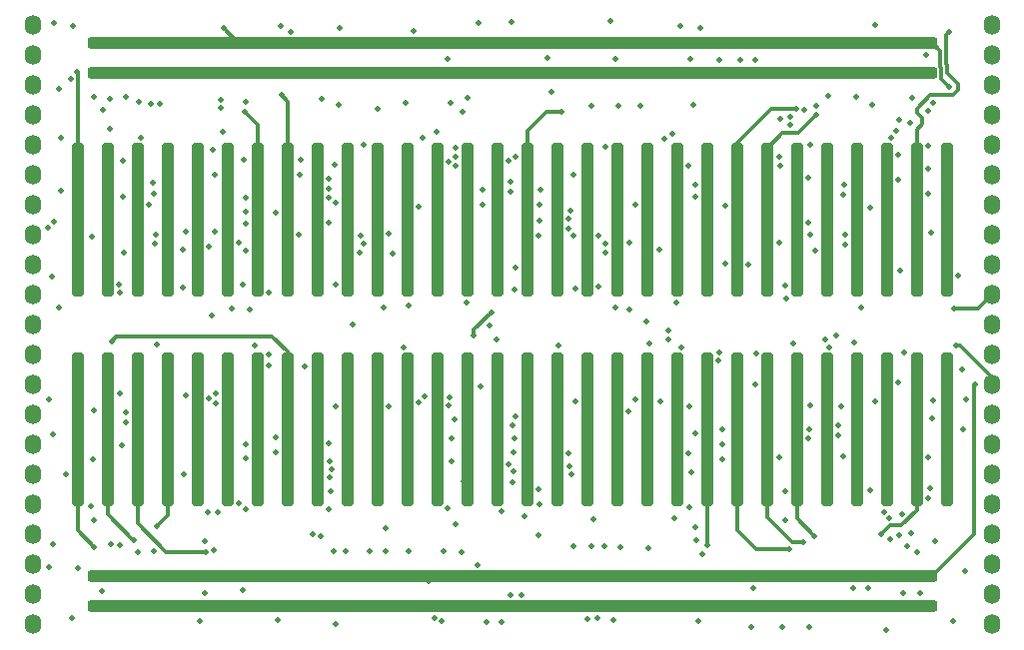
<source format=gtl>
G04 #@! TF.GenerationSoftware,KiCad,Pcbnew,(6.0.6-0)*
G04 #@! TF.CreationDate,2022-07-22T11:03:05-07:00*
G04 #@! TF.ProjectId,MTMatrixV3,4d544d61-7472-4697-9856-332e6b696361,rev?*
G04 #@! TF.SameCoordinates,Original*
G04 #@! TF.FileFunction,Copper,L1,Top*
G04 #@! TF.FilePolarity,Positive*
%FSLAX46Y46*%
G04 Gerber Fmt 4.6, Leading zero omitted, Abs format (unit mm)*
G04 Created by KiCad (PCBNEW (6.0.6-0)) date 2022-07-22 11:03:05*
%MOMM*%
%LPD*%
G01*
G04 APERTURE LIST*
G04 Aperture macros list*
%AMRoundRect*
0 Rectangle with rounded corners*
0 $1 Rounding radius*
0 $2 $3 $4 $5 $6 $7 $8 $9 X,Y pos of 4 corners*
0 Add a 4 corners polygon primitive as box body*
4,1,4,$2,$3,$4,$5,$6,$7,$8,$9,$2,$3,0*
0 Add four circle primitives for the rounded corners*
1,1,$1+$1,$2,$3*
1,1,$1+$1,$4,$5*
1,1,$1+$1,$6,$7*
1,1,$1+$1,$8,$9*
0 Add four rect primitives between the rounded corners*
20,1,$1+$1,$2,$3,$4,$5,0*
20,1,$1+$1,$4,$5,$6,$7,0*
20,1,$1+$1,$6,$7,$8,$9,0*
20,1,$1+$1,$8,$9,$2,$3,0*%
G04 Aperture macros list end*
G04 #@! TA.AperFunction,ComponentPad*
%ADD10RoundRect,0.700000X0.000000X-0.150000X0.000000X-0.150000X0.000000X0.150000X0.000000X0.150000X0*%
G04 #@! TD*
G04 #@! TA.AperFunction,SMDPad,CuDef*
%ADD11RoundRect,0.250000X-35.750000X-0.250000X35.750000X-0.250000X35.750000X0.250000X-35.750000X0.250000X0*%
G04 #@! TD*
G04 #@! TA.AperFunction,SMDPad,CuDef*
%ADD12RoundRect,0.250000X0.250000X-6.250000X0.250000X6.250000X-0.250000X6.250000X-0.250000X-6.250000X0*%
G04 #@! TD*
G04 #@! TA.AperFunction,ViaPad*
%ADD13C,0.500000*%
G04 #@! TD*
G04 #@! TA.AperFunction,Conductor*
%ADD14C,0.300000*%
G04 #@! TD*
G04 APERTURE END LIST*
D10*
G04 #@! TO.P,J1,1,Pin_1*
G04 #@! TO.N,AX0*
X124460000Y-30480000D03*
G04 #@! TO.P,J1,2,Pin_2*
G04 #@! TO.N,AX1*
X124460000Y-33020000D03*
G04 #@! TO.P,J1,3,Pin_3*
G04 #@! TO.N,AX2*
X124460000Y-35560000D03*
G04 #@! TO.P,J1,4,Pin_4*
G04 #@! TO.N,AX3*
X124460000Y-38100000D03*
G04 #@! TO.P,J1,5,Pin_5*
G04 #@! TO.N,AY0*
X124460000Y-40640000D03*
G04 #@! TO.P,J1,6,Pin_6*
G04 #@! TO.N,AY1*
X124460000Y-43180000D03*
G04 #@! TO.P,J1,7,Pin_7*
G04 #@! TO.N,AY2*
X124460000Y-45720000D03*
G04 #@! TO.P,J1,8,Pin_8*
G04 #@! TO.N,DATA*
X124460000Y-48260000D03*
G04 #@! TO.P,J1,9,Pin_9*
G04 #@! TO.N,RESET*
X124460000Y-50800000D03*
G04 #@! TO.P,J1,10,Pin_10*
G04 #@! TO.N,STROBE*
X124460000Y-53340000D03*
G04 #@! TO.P,J1,11,Pin_11*
G04 #@! TO.N,+9V*
X124460000Y-55880000D03*
G04 #@! TO.P,J1,12,Pin_12*
G04 #@! TO.N,GND*
X124460000Y-58420000D03*
G04 #@! TO.P,J1,13,Pin_13*
G04 #@! TO.N,-9V*
X124460000Y-60960000D03*
G04 #@! TO.P,J1,14,Pin_14*
G04 #@! TO.N,AI*
X124460000Y-63500000D03*
G04 #@! TO.P,J1,15,Pin_15*
G04 #@! TO.N,BI*
X124460000Y-66040000D03*
G04 #@! TO.P,J1,16,Pin_16*
G04 #@! TO.N,CI*
X124460000Y-68580000D03*
G04 #@! TO.P,J1,17,Pin_17*
G04 #@! TO.N,DI*
X124460000Y-71120000D03*
G04 #@! TO.P,J1,18,Pin_18*
G04 #@! TO.N,EI*
X124460000Y-73660000D03*
G04 #@! TO.P,J1,19,Pin_19*
G04 #@! TO.N,FI*
X124460000Y-76200000D03*
G04 #@! TO.P,J1,20,Pin_20*
G04 #@! TO.N,GI*
X124460000Y-78740000D03*
G04 #@! TO.P,J1,21,Pin_21*
G04 #@! TO.N,HI*
X124460000Y-81280000D03*
G04 #@! TD*
D11*
G04 #@! TO.P,J3,0,Pin_0*
G04 #@! TO.N,Neg_Top*
X165100000Y-34544000D03*
D12*
G04 #@! TO.P,J3,1,Pin_1*
G04 #@! TO.N,1*
X128270000Y-46990000D03*
G04 #@! TO.P,J3,2,Pin_2*
G04 #@! TO.N,2*
X130810000Y-46990000D03*
G04 #@! TO.P,J3,3,Pin_3*
G04 #@! TO.N,3*
X133350000Y-46990000D03*
G04 #@! TO.P,J3,4,Pin_4*
G04 #@! TO.N,4*
X135890000Y-46990000D03*
G04 #@! TO.P,J3,5,Pin_5*
G04 #@! TO.N,5*
X138430000Y-46990000D03*
G04 #@! TO.P,J3,6,Pin_6*
G04 #@! TO.N,6*
X140970000Y-46990000D03*
G04 #@! TO.P,J3,7,Pin_7*
G04 #@! TO.N,7*
X143510000Y-46990000D03*
G04 #@! TO.P,J3,8,Pin_8*
G04 #@! TO.N,8*
X146050000Y-46990000D03*
G04 #@! TO.P,J3,9,Pin_9*
G04 #@! TO.N,9*
X148590000Y-46990000D03*
G04 #@! TO.P,J3,10,Pin_10*
G04 #@! TO.N,10*
X151130000Y-46990000D03*
G04 #@! TO.P,J3,11,Pin_11*
G04 #@! TO.N,11*
X153670000Y-46990000D03*
G04 #@! TO.P,J3,12,Pin_12*
G04 #@! TO.N,12*
X156210000Y-46990000D03*
G04 #@! TO.P,J3,13,Pin_13*
G04 #@! TO.N,13*
X158750000Y-46990000D03*
G04 #@! TO.P,J3,14,Pin_14*
G04 #@! TO.N,14*
X161290000Y-46990000D03*
G04 #@! TO.P,J3,15,Pin_15*
G04 #@! TO.N,15*
X163830000Y-46990000D03*
G04 #@! TO.P,J3,16,Pin_16*
G04 #@! TO.N,16*
X166370000Y-46990000D03*
G04 #@! TO.P,J3,17,Pin_17*
G04 #@! TO.N,17*
X168910000Y-46990000D03*
G04 #@! TO.P,J3,18,Pin_18*
G04 #@! TO.N,18*
X171450000Y-46990000D03*
G04 #@! TO.P,J3,19,Pin_19*
G04 #@! TO.N,19*
X173990000Y-46990000D03*
G04 #@! TO.P,J3,20,Pin_20*
G04 #@! TO.N,20*
X176530000Y-46990000D03*
G04 #@! TO.P,J3,21,Pin_21*
G04 #@! TO.N,21*
X179070000Y-46990000D03*
G04 #@! TO.P,J3,22,Pin_22*
G04 #@! TO.N,22*
X181610000Y-46990000D03*
G04 #@! TO.P,J3,23,Pin_23*
G04 #@! TO.N,23*
X184150000Y-46990000D03*
G04 #@! TO.P,J3,24,Pin_24*
G04 #@! TO.N,24*
X186690000Y-46990000D03*
G04 #@! TO.P,J3,25,Pin_25*
G04 #@! TO.N,25*
X189230000Y-46990000D03*
G04 #@! TO.P,J3,26,Pin_26*
G04 #@! TO.N,26*
X191770000Y-46990000D03*
G04 #@! TO.P,J3,27,Pin_27*
G04 #@! TO.N,27*
X194310000Y-46990000D03*
G04 #@! TO.P,J3,28,Pin_28*
G04 #@! TO.N,28*
X196850000Y-46990000D03*
G04 #@! TO.P,J3,29,Pin_29*
G04 #@! TO.N,29*
X199390000Y-46990000D03*
G04 #@! TO.P,J3,30,Pin_30*
G04 #@! TO.N,unconnected-(J3-Pad30)*
X201930000Y-46990000D03*
D11*
G04 #@! TO.P,J3,31,Pin_31*
G04 #@! TO.N,Pos_Top*
X165100000Y-32004000D03*
G04 #@! TO.P,J3,32,Pin_0*
G04 #@! TO.N,Neg_Bottom*
X165100000Y-79756000D03*
D12*
G04 #@! TO.P,J3,33,Pin_1*
G04 #@! TO.N,33*
X128270000Y-64770000D03*
G04 #@! TO.P,J3,34,Pin_2*
G04 #@! TO.N,34*
X130810000Y-64770000D03*
G04 #@! TO.P,J3,35,Pin_3*
G04 #@! TO.N,35*
X133350000Y-64770000D03*
G04 #@! TO.P,J3,36,Pin_4*
G04 #@! TO.N,36*
X135890000Y-64770000D03*
G04 #@! TO.P,J3,37,Pin_5*
G04 #@! TO.N,37*
X138430000Y-64770000D03*
G04 #@! TO.P,J3,38,Pin_6*
G04 #@! TO.N,38*
X140970000Y-64770000D03*
G04 #@! TO.P,J3,39,Pin_7*
G04 #@! TO.N,39*
X143510000Y-64770000D03*
G04 #@! TO.P,J3,40,Pin_8*
G04 #@! TO.N,40*
X146050000Y-64770000D03*
G04 #@! TO.P,J3,41,Pin_9*
G04 #@! TO.N,41*
X148590000Y-64770000D03*
G04 #@! TO.P,J3,42,Pin_10*
G04 #@! TO.N,42*
X151130000Y-64770000D03*
G04 #@! TO.P,J3,43,Pin_11*
G04 #@! TO.N,43*
X153670000Y-64770000D03*
G04 #@! TO.P,J3,44,Pin_12*
G04 #@! TO.N,44*
X156210000Y-64770000D03*
G04 #@! TO.P,J3,45,Pin_13*
G04 #@! TO.N,45*
X158750000Y-64770000D03*
G04 #@! TO.P,J3,46,Pin_14*
G04 #@! TO.N,46*
X161290000Y-64770000D03*
G04 #@! TO.P,J3,47,Pin_15*
G04 #@! TO.N,47*
X163830000Y-64770000D03*
G04 #@! TO.P,J3,48,Pin_16*
G04 #@! TO.N,48*
X166370000Y-64770000D03*
G04 #@! TO.P,J3,49,Pin_17*
G04 #@! TO.N,49*
X168910000Y-64770000D03*
G04 #@! TO.P,J3,50,Pin_18*
G04 #@! TO.N,50*
X171450000Y-64770000D03*
G04 #@! TO.P,J3,51,Pin_19*
G04 #@! TO.N,51*
X173990000Y-64770000D03*
G04 #@! TO.P,J3,52,Pin_20*
G04 #@! TO.N,52*
X176530000Y-64770000D03*
G04 #@! TO.P,J3,53,Pin_21*
G04 #@! TO.N,53*
X179070000Y-64770000D03*
G04 #@! TO.P,J3,54,Pin_22*
G04 #@! TO.N,54*
X181610000Y-64770000D03*
G04 #@! TO.P,J3,55,Pin_23*
G04 #@! TO.N,55*
X184150000Y-64770000D03*
G04 #@! TO.P,J3,56,Pin_24*
G04 #@! TO.N,56*
X186690000Y-64770000D03*
G04 #@! TO.P,J3,57,Pin_25*
G04 #@! TO.N,57*
X189230000Y-64770000D03*
G04 #@! TO.P,J3,58,Pin_26*
G04 #@! TO.N,58*
X191770000Y-64770000D03*
G04 #@! TO.P,J3,59,Pin_27*
G04 #@! TO.N,59*
X194310000Y-64770000D03*
G04 #@! TO.P,J3,60,Pin_28*
G04 #@! TO.N,60*
X196850000Y-64770000D03*
G04 #@! TO.P,J3,61,Pin_29*
G04 #@! TO.N,61*
X199390000Y-64770000D03*
G04 #@! TO.P,J3,62,Pin_30*
G04 #@! TO.N,unconnected-(J3-Pad62)*
X201930000Y-64770000D03*
D11*
G04 #@! TO.P,J3,63,Pin_31*
G04 #@! TO.N,Pos_Bottom*
X165100000Y-77216000D03*
G04 #@! TD*
D10*
G04 #@! TO.P,J2,1,Pin_1*
G04 #@! TO.N,CS_A*
X205740000Y-30480000D03*
G04 #@! TO.P,J2,2,Pin_2*
G04 #@! TO.N,CS_B*
X205740000Y-33020000D03*
G04 #@! TO.P,J2,3,Pin_3*
G04 #@! TO.N,CS_C*
X205740000Y-35560000D03*
G04 #@! TO.P,J2,4,Pin_4*
G04 #@! TO.N,CS_D*
X205740000Y-38100000D03*
G04 #@! TO.P,J2,5,Pin_5*
G04 #@! TO.N,CS_E*
X205740000Y-40640000D03*
G04 #@! TO.P,J2,6,Pin_6*
G04 #@! TO.N,CS_F*
X205740000Y-43180000D03*
G04 #@! TO.P,J2,7,Pin_7*
G04 #@! TO.N,CS_G*
X205740000Y-45720000D03*
G04 #@! TO.P,J2,8,Pin_8*
G04 #@! TO.N,CS_H*
X205740000Y-48260000D03*
G04 #@! TO.P,J2,9,Pin_9*
G04 #@! TO.N,GND2*
X205740000Y-50800000D03*
G04 #@! TO.P,J2,10,Pin_10*
G04 #@! TO.N,Pos_Top*
X205740000Y-53340000D03*
G04 #@! TO.P,J2,11,Pin_11*
G04 #@! TO.N,Pos_Bottom*
X205740000Y-55880000D03*
G04 #@! TO.P,J2,12,Pin_12*
G04 #@! TO.N,Bottom_LEDs*
X205740000Y-58420000D03*
G04 #@! TO.P,J2,13,Pin_13*
G04 #@! TO.N,Top_LEDs*
X205740000Y-60960000D03*
G04 #@! TO.P,J2,14,Pin_14*
G04 #@! TO.N,AJ*
X205740000Y-63500000D03*
G04 #@! TO.P,J2,15,Pin_15*
G04 #@! TO.N,BJ*
X205740000Y-66040000D03*
G04 #@! TO.P,J2,16,Pin_16*
G04 #@! TO.N,CJ*
X205740000Y-68580000D03*
G04 #@! TO.P,J2,17,Pin_17*
G04 #@! TO.N,DJ*
X205740000Y-71120000D03*
G04 #@! TO.P,J2,18,Pin_18*
G04 #@! TO.N,EJ*
X205740000Y-73660000D03*
G04 #@! TO.P,J2,19,Pin_19*
G04 #@! TO.N,FJ*
X205740000Y-76200000D03*
G04 #@! TO.P,J2,20,Pin_20*
G04 #@! TO.N,GJ*
X205740000Y-78740000D03*
G04 #@! TO.P,J2,21,Pin_21*
G04 #@! TO.N,HJ*
X205740000Y-81280000D03*
G04 #@! TD*
D13*
G04 #@! TO.N,GND*
X132120000Y-44980000D03*
X132130000Y-41940000D03*
X137250000Y-68550000D03*
X197799500Y-41490000D03*
X200530000Y-69710000D03*
X200740000Y-62270000D03*
X198339996Y-58231418D03*
X200710000Y-63830000D03*
X126190000Y-65190000D03*
X126140000Y-74460000D03*
X125800000Y-62160000D03*
X200339500Y-44760000D03*
X200570000Y-48040000D03*
X198830000Y-38770000D03*
G04 #@! TO.N,Pos_Bottom*
X158013400Y-77632386D03*
G04 #@! TO.N,Neg_Bottom*
X178840000Y-79660000D03*
G04 #@! TO.N,Pos_Top*
X170520000Y-32030000D03*
X158550000Y-32020000D03*
X201038889Y-32333289D03*
G04 #@! TO.N,Neg_Top*
X167520000Y-34530000D03*
G04 #@! TO.N,Neg_Bottom*
X160869401Y-79988422D03*
G04 #@! TO.N,GND*
X154380000Y-73122094D03*
X138620000Y-81000000D03*
X139050000Y-78590000D03*
X156750000Y-30980000D03*
X168129500Y-33260000D03*
X173850000Y-33330000D03*
X182670000Y-33390000D03*
X126680000Y-35820000D03*
X202450000Y-80980000D03*
X197110000Y-74030000D03*
X171950000Y-72350000D03*
X192940000Y-62760000D03*
X192576789Y-56778715D03*
G04 #@! TO.N,/BG0*
X145080000Y-46360000D03*
G04 #@! TO.N,/AF0*
X145100500Y-65429209D03*
G04 #@! TO.N,GND*
X159156400Y-80975200D03*
X171450000Y-80822800D03*
G04 #@! TO.N,24*
X190900500Y-38100000D03*
G04 #@! TO.N,51*
X173990000Y-66473801D03*
G04 #@! TO.N,GND*
X178308000Y-57150000D03*
G04 #@! TO.N,Neg_Top*
X162550000Y-34540000D03*
X165080000Y-30150000D03*
G04 #@! TO.N,Pos_Top*
X202539600Y-54508400D03*
X202119611Y-35689213D03*
G04 #@! TO.N,Pos_Bottom*
X204317600Y-60960000D03*
G04 #@! TO.N,Neg_Bottom*
X169926000Y-79756000D03*
G04 #@! TO.N,36*
X134970500Y-72925947D03*
G04 #@! TO.N,34*
X133029500Y-74102972D03*
G04 #@! TO.N,Net-(D1-Pad2)*
X172399500Y-52628800D03*
G04 #@! TO.N,GND2*
X161848800Y-56794400D03*
X163322000Y-54813200D03*
X162930269Y-81069001D03*
X162280000Y-30250000D03*
G04 #@! TO.N,Net-(D1-Pad2)*
X173390000Y-30140000D03*
X150520400Y-30683200D03*
X127843987Y-30536164D03*
X195834000Y-30480000D03*
G04 #@! TO.N,GND*
X181060000Y-30720000D03*
X179324000Y-30530800D03*
G04 #@! TO.N,Top_LEDs*
X202692000Y-57607200D03*
X175056800Y-54610000D03*
G04 #@! TO.N,Bottom_LEDs*
X178358800Y-56388000D03*
G04 #@! TO.N,Net-(D5-Pad2)*
X176452548Y-55564614D03*
X172364400Y-80705500D03*
X196830000Y-81760000D03*
G04 #@! TO.N,GND*
X180840000Y-81030000D03*
X181203600Y-75336400D03*
G04 #@! TO.N,Net-(D5-Pad2)*
X173700000Y-80880000D03*
X150114000Y-81280000D03*
X127827550Y-80774344D03*
G04 #@! TO.N,Pos_Bottom*
X145288000Y-77317600D03*
G04 #@! TO.N,Net-(C2-Pad2)*
X145230000Y-80900000D03*
X151587200Y-55880000D03*
G04 #@! TO.N,Net-(C1-Pad2)*
X145491200Y-30520700D03*
X156362400Y-54203600D03*
G04 #@! TO.N,Pos_Top*
X140665200Y-30734000D03*
G04 #@! TO.N,GND*
X142544800Y-36982400D03*
X146354800Y-31020201D03*
G04 #@! TO.N,33*
X129686690Y-74734513D03*
X185400000Y-81500000D03*
G04 #@! TO.N,61*
X196392800Y-73609200D03*
X190280000Y-81500000D03*
G04 #@! TO.N,57*
X190703200Y-73761600D03*
G04 #@! TO.N,55*
X188569600Y-74884695D03*
G04 #@! TO.N,56*
X189803912Y-74335512D03*
G04 #@! TO.N,58*
X191770000Y-66243200D03*
G04 #@! TO.N,59*
X194199687Y-66793287D03*
G04 #@! TO.N,60*
X196807089Y-65539889D03*
G04 #@! TO.N,54*
X181610000Y-74574400D03*
G04 #@! TO.N,53*
X179019200Y-69900800D03*
G04 #@! TO.N,52*
X176621500Y-68478400D03*
G04 #@! TO.N,50*
X171450000Y-58775600D03*
G04 #@! TO.N,49*
X168910000Y-64414400D03*
G04 #@! TO.N,48*
X166319200Y-60960000D03*
G04 #@! TO.N,43*
X153670000Y-67259200D03*
G04 #@! TO.N,42*
X151180800Y-65684400D03*
G04 #@! TO.N,41*
X148590000Y-64516000D03*
G04 #@! TO.N,47*
X163890786Y-70485000D03*
G04 #@! TO.N,46*
X160976953Y-69096247D03*
G04 #@! TO.N,45*
X158699200Y-67259200D03*
G04 #@! TO.N,44*
X156260800Y-67310000D03*
G04 #@! TO.N,/EF0*
X129540000Y-67310000D03*
X160000797Y-67433115D03*
G04 #@! TO.N,/EF1*
X160000797Y-65534608D03*
X132029200Y-66090800D03*
G04 #@! TO.N,35*
X139130690Y-75186766D03*
G04 #@! TO.N,37*
X138430000Y-62687200D03*
G04 #@! TO.N,38*
X140970000Y-64516000D03*
G04 #@! TO.N,39*
X143560800Y-60960000D03*
G04 #@! TO.N,40*
X131133193Y-57244630D03*
G04 #@! TO.N,6*
X140970000Y-42113200D03*
G04 #@! TO.N,7*
X142443200Y-37800500D03*
G04 #@! TO.N,5*
X138420000Y-47030000D03*
G04 #@! TO.N,10*
X151079200Y-41046400D03*
G04 #@! TO.N,11*
X153720800Y-45212000D03*
G04 #@! TO.N,8*
X145542000Y-36372800D03*
G04 #@! TO.N,9*
X148645844Y-40888956D03*
G04 #@! TO.N,12*
X156210000Y-47193200D03*
G04 #@! TO.N,13*
X158532497Y-46519950D03*
G04 #@! TO.N,14*
X161030000Y-45760000D03*
G04 #@! TO.N,15*
X163819900Y-50660057D03*
G04 #@! TO.N,19*
X173939200Y-47701200D03*
G04 #@! TO.N,18*
X171620000Y-44420000D03*
G04 #@! TO.N,17*
X168910000Y-45923200D03*
G04 #@! TO.N,16*
X169316400Y-37795200D03*
G04 #@! TO.N,20*
X176580800Y-47447200D03*
G04 #@! TO.N,21*
X179070000Y-47904400D03*
G04 #@! TO.N,22*
X181610000Y-47599600D03*
G04 #@! TO.N,27*
X194208400Y-47650400D03*
G04 #@! TO.N,25*
X189230000Y-45720000D03*
G04 #@! TO.N,23*
X189155309Y-37524376D03*
G04 #@! TO.N,26*
X191922400Y-53035200D03*
G04 #@! TO.N,28*
X196900800Y-47701200D03*
G04 #@! TO.N,29*
X202143300Y-31028700D03*
G04 #@! TO.N,1*
X128200000Y-34380000D03*
G04 #@! TO.N,2*
X130911600Y-47599600D03*
G04 #@! TO.N,3*
X133350000Y-44805600D03*
G04 #@! TO.N,4*
X135890000Y-42519600D03*
G04 #@! TO.N,61_jumper*
X187990000Y-81500000D03*
X185572400Y-78181200D03*
G04 #@! TO.N,/FH1*
X158486828Y-80772770D03*
X160223200Y-63855600D03*
G04 #@! TO.N,/FH0*
X162448300Y-61092022D03*
X164189535Y-81069001D03*
G04 #@! TO.N,/EG0*
X182930800Y-67310000D03*
X144475200Y-59334400D03*
X182585389Y-58907132D03*
G04 #@! TO.N,/EG1*
X144475200Y-58380897D03*
X182634869Y-58179500D03*
G04 #@! TO.N,/FG1*
X148183600Y-73609200D03*
X180594000Y-73050400D03*
G04 #@! TO.N,/FG0*
X148893822Y-73818604D03*
X180695600Y-74107900D03*
G04 #@! TO.N,/DH0*
X200729777Y-37049245D03*
X199440800Y-75133200D03*
G04 #@! TO.N,/DH1*
X198561340Y-74596400D03*
X200355200Y-37693600D03*
G04 #@! TO.N,/DF1*
X193192400Y-44856400D03*
X192735200Y-65278000D03*
X165100000Y-64363600D03*
G04 #@! TO.N,/DF0*
X165409690Y-63631211D03*
X192719500Y-64363600D03*
X193243200Y-43992800D03*
G04 #@! TO.N,/DE1*
X197799500Y-43586400D03*
X197866000Y-73710800D03*
X129387600Y-71221600D03*
G04 #@! TO.N,/EH0*
X128300000Y-76530000D03*
X195310000Y-78226498D03*
G04 #@! TO.N,/EH1*
X130360000Y-78460000D03*
X194040000Y-78226498D03*
G04 #@! TO.N,/DE0*
X129692400Y-72440800D03*
X200901138Y-74184199D03*
X200364500Y-42630500D03*
G04 #@! TO.N,/DG1*
X185099500Y-50800000D03*
X182930800Y-65989200D03*
G04 #@! TO.N,/DG0*
X182930800Y-64770000D03*
X183200500Y-50647600D03*
G04 #@! TO.N,/CH0*
X184420000Y-33390000D03*
X185743550Y-58334926D03*
G04 #@! TO.N,/CH1*
X185700000Y-33430000D03*
X185715500Y-60943135D03*
G04 #@! TO.N,/CF1*
X183200500Y-45770800D03*
X180136800Y-71374000D03*
X149555200Y-71526400D03*
G04 #@! TO.N,/CF0*
X149707600Y-69951600D03*
X180272013Y-68378876D03*
X180660500Y-45008800D03*
G04 #@! TO.N,/CE1*
X180660500Y-43992800D03*
X142560500Y-66040000D03*
X180658298Y-65065526D03*
G04 #@! TO.N,/CE0*
X180019500Y-42418000D03*
X180035200Y-66802000D03*
X142519507Y-67166900D03*
G04 #@! TO.N,/CG1*
X167386000Y-71091300D03*
X167335200Y-48310800D03*
G04 #@! TO.N,/CG0*
X167386000Y-47040800D03*
X167350000Y-69850000D03*
G04 #@! TO.N,/BF1*
X149599853Y-68802600D03*
X162610000Y-45720000D03*
X165201600Y-68326000D03*
G04 #@! TO.N,/BF0*
X164798998Y-67718716D03*
X162550000Y-44440000D03*
X149820381Y-68138769D03*
G04 #@! TO.N,/BH0*
X161340800Y-36626800D03*
X191660450Y-57111192D03*
X191920000Y-36470000D03*
G04 #@! TO.N,/BH1*
X191964372Y-57768594D03*
X190867159Y-37285518D03*
X160934400Y-37800500D03*
G04 #@! TO.N,/BE1*
X159715200Y-42011600D03*
X159664400Y-71434100D03*
X141919500Y-70967600D03*
G04 #@! TO.N,/BE0*
X142487046Y-71521705D03*
X160340500Y-42367200D03*
X160274772Y-72759500D03*
G04 #@! TO.N,/BD0*
X187706000Y-41605200D03*
X160340500Y-40894000D03*
G04 #@! TO.N,/BD1*
X160321083Y-41593233D03*
X187807600Y-42367200D03*
G04 #@! TO.N,/BG1*
X169859500Y-47752000D03*
X147000000Y-48250000D03*
X169960563Y-67884001D03*
G04 #@! TO.N,/BG0*
X169884500Y-66785001D03*
X169859500Y-46888400D03*
G04 #@! TO.N,/BC1*
X164947600Y-44602400D03*
X150114000Y-45516800D03*
G04 #@! TO.N,/BC0*
X149539500Y-45110400D03*
X164965444Y-43705844D03*
G04 #@! TO.N,/AC1*
X137210800Y-49479200D03*
X165411792Y-41638495D03*
X165420500Y-51003200D03*
G04 #@! TO.N,/AC0*
X165323069Y-52842100D03*
X164791873Y-41962539D03*
X137160000Y-52730400D03*
G04 #@! TO.N,/AG0*
X163770000Y-57100000D03*
X165318824Y-65513400D03*
X139649200Y-55067200D03*
G04 #@! TO.N,/AG1*
X163170000Y-55940000D03*
X165238951Y-66662400D03*
X142840000Y-54560000D03*
G04 #@! TO.N,/AB1*
X134620000Y-43789600D03*
X134940500Y-48260000D03*
X149539500Y-43484800D03*
G04 #@! TO.N,/AB0*
X149539500Y-44297600D03*
X134823200Y-48971200D03*
X134730900Y-44763538D03*
G04 #@! TO.N,/AF1*
X145100500Y-66650791D03*
X140370923Y-36765568D03*
G04 #@! TO.N,/AF0*
X140377135Y-37465043D03*
G04 #@! TO.N,/AE1*
X140157200Y-71780400D03*
X135210000Y-37170000D03*
G04 #@! TO.N,/AE0*
X139293600Y-71780400D03*
X134470000Y-37130000D03*
G04 #@! TO.N,/AD1*
X188630500Y-38912800D03*
X133451600Y-36931600D03*
G04 #@! TO.N,/AD0*
X187799315Y-38439103D03*
X132334000Y-36525200D03*
G04 #@! TO.N,/AH0*
X129661939Y-63139761D03*
X129692400Y-36576000D03*
X197803154Y-60718046D03*
G04 #@! TO.N,/AH1*
X131013200Y-36677600D03*
X132377699Y-63311757D03*
X195834000Y-62382400D03*
G04 #@! TO.N,HI*
X199710000Y-78600000D03*
G04 #@! TO.N,GI*
X164947600Y-78794605D03*
X166170000Y-72110999D03*
G04 #@! TO.N,FI*
X160842900Y-75148845D03*
G04 #@! TO.N,DI*
X196611613Y-71745901D03*
X197910000Y-38500000D03*
G04 #@! TO.N,CI*
X165100000Y-69240400D03*
X167487600Y-44399200D03*
G04 #@! TO.N,BI*
X149622553Y-67452851D03*
X147167600Y-41910000D03*
G04 #@! TO.N,AI*
X126085600Y-51816000D03*
X131759500Y-52425600D03*
G04 #@! TO.N,HJ*
X198250922Y-78610922D03*
G04 #@! TO.N,GJ*
X167350000Y-73720000D03*
X165912800Y-78794605D03*
G04 #@! TO.N,FJ*
X162143500Y-76265411D03*
X164230000Y-71710000D03*
G04 #@! TO.N,EJ*
X127320500Y-68580000D03*
X125853272Y-76413309D03*
G04 #@! TO.N,DJ*
X200364500Y-40690800D03*
X200364500Y-70555500D03*
G04 #@! TO.N,CJ*
X170150299Y-68557280D03*
X167386000Y-45720000D03*
G04 #@! TO.N,BJ*
X149582299Y-65903799D03*
X147116799Y-43179999D03*
G04 #@! TO.N,AJ*
X132220673Y-49784940D03*
X132400500Y-64097903D03*
G04 #@! TO.N,CS_H*
X203587004Y-62230000D03*
G04 #@! TO.N,CS_G*
X168987702Y-57641729D03*
X170019973Y-46207553D03*
G04 #@! TO.N,CS_F*
X203218599Y-59684983D03*
X147498482Y-59367426D03*
G04 #@! TO.N,CS_E*
X142300000Y-78380000D03*
X203454000Y-76774500D03*
G04 #@! TO.N,CS_D*
X188630500Y-38213297D03*
G04 #@! TO.N,CS_C*
X168429759Y-36077300D03*
G04 #@! TO.N,CS_B*
X148945600Y-36677600D03*
G04 #@! TO.N,CS_A*
X129450000Y-48430000D03*
X127670500Y-35052000D03*
G04 #@! TO.N,-9V*
X142392400Y-41910000D03*
X143312663Y-57647900D03*
X156291493Y-75020096D03*
X154950100Y-49808295D03*
X155877896Y-57781127D03*
X177596800Y-49479200D03*
X176665271Y-74838732D03*
X176733200Y-57414100D03*
X188280500Y-69951600D03*
X188925200Y-57454800D03*
X194044487Y-57353200D03*
X193360500Y-48209200D03*
X134946006Y-57495500D03*
G04 #@! TO.N,+9V*
X126860000Y-44520000D03*
X126658648Y-54396383D03*
X200364500Y-67091100D03*
X193131939Y-66979839D03*
X194260000Y-36580000D03*
X174142400Y-37277100D03*
X174939500Y-63219098D03*
X173858022Y-54439368D03*
X153720800Y-37541200D03*
X154619500Y-62779999D03*
X154228800Y-54406800D03*
X139052874Y-74216297D03*
X141368844Y-54515956D03*
X194665600Y-54406800D03*
G04 #@! TO.N,STROBE*
X159318900Y-75020096D03*
X140541577Y-39462300D03*
X144466331Y-53127500D03*
X131836341Y-53120869D03*
X131826000Y-61711392D03*
X161273801Y-53969429D03*
X179006791Y-53950537D03*
X178882100Y-72238026D03*
X188315600Y-53644800D03*
X188264800Y-72440800D03*
X198018400Y-51257200D03*
G04 #@! TO.N,RESET*
X133400800Y-75133200D03*
X133594700Y-40030400D03*
X197053200Y-72288400D03*
X177657700Y-62331295D03*
X157683200Y-61925200D03*
X157530800Y-40030400D03*
X178001289Y-40115001D03*
X197222123Y-40050214D03*
X126847600Y-40030400D03*
G04 #@! TO.N,DATA*
X142259111Y-52480400D03*
X139790193Y-74953615D03*
X150180500Y-62779999D03*
X150180500Y-52414193D03*
X150368000Y-37185600D03*
X171795500Y-37293039D03*
X170500500Y-52781200D03*
X170500500Y-62331600D03*
X188280500Y-52527200D03*
X189838699Y-37673648D03*
X202896498Y-51671150D03*
X203352400Y-64770000D03*
G04 #@! TO.N,AY2*
X134721600Y-75082400D03*
X134331399Y-45720000D03*
X157175200Y-62484000D03*
X157175200Y-45821600D03*
X156108400Y-37025500D03*
X175580500Y-62230000D03*
X175961100Y-37283919D03*
X175580500Y-45720000D03*
X195395648Y-69916974D03*
X195627892Y-37207735D03*
X195478400Y-45964700D03*
G04 #@! TO.N,AX3*
X198177611Y-71941766D03*
X197640000Y-39410000D03*
X159699500Y-62738000D03*
G04 #@! TO.N,AY1*
X149937645Y-75020096D03*
X149548247Y-47202500D03*
X150040054Y-42283166D03*
X139903200Y-47979500D03*
X140004800Y-62534800D03*
X139903200Y-43180000D03*
X170327151Y-74615900D03*
X170332400Y-48310800D03*
X170332400Y-43180000D03*
X190325259Y-62660298D03*
X190179500Y-47244000D03*
X190179500Y-43383200D03*
G04 #@! TO.N,AY0*
X140013398Y-61713735D03*
X139711048Y-41064001D03*
X142560500Y-47329900D03*
X152298902Y-48325410D03*
X150985201Y-75020096D03*
X152501600Y-40640000D03*
X172427773Y-48311324D03*
X171805600Y-74676000D03*
X173014700Y-40744504D03*
X190268321Y-64709900D03*
X190347600Y-48260000D03*
X190347600Y-40604900D03*
G04 #@! TO.N,AX3*
X158665399Y-39462300D03*
X179414129Y-57821871D03*
X178674844Y-39658021D03*
X131014097Y-39205728D03*
X131826000Y-74574400D03*
G04 #@! TO.N,AX0*
X131098887Y-74431064D03*
X159775300Y-62029759D03*
G04 #@! TO.N,AX2*
X190179500Y-65465500D03*
X172893767Y-74662698D03*
X153010211Y-75020096D03*
X139395200Y-62077600D03*
X139395200Y-49276000D03*
X142560500Y-46294500D03*
X142560500Y-49580800D03*
X152190000Y-49710000D03*
X172964892Y-49741356D03*
X125780800Y-47599600D03*
X190820500Y-49580800D03*
G04 #@! TO.N,AX0*
X198872080Y-73503724D03*
X180099397Y-62771113D03*
G04 #@! TO.N,AX1*
X152508383Y-48992810D03*
X154386740Y-75020096D03*
X174281683Y-74729668D03*
X175006000Y-48920400D03*
X172964892Y-48946364D03*
X187706000Y-67091100D03*
X187706000Y-48920400D03*
X154635200Y-48107600D03*
X137475539Y-61825457D03*
X137414000Y-47955200D03*
X142497065Y-45093108D03*
X141938038Y-48885300D03*
X126273100Y-47091600D03*
X193294000Y-49072800D03*
G04 #@! TO.N,AX0*
X180421435Y-37176300D03*
X180180000Y-33350000D03*
X159918400Y-37025500D03*
X159660000Y-33300000D03*
X200201514Y-32981700D03*
X199007391Y-36588284D03*
X126240000Y-30310000D03*
X130445100Y-37649881D03*
G04 #@! TD*
D14*
G04 #@! TO.N,7*
X143510000Y-38867300D02*
X142443200Y-37800500D01*
X143510000Y-46990000D02*
X143510000Y-38867300D01*
G04 #@! TO.N,36*
X135890000Y-64770000D02*
X135890000Y-72006447D01*
X135890000Y-72006447D02*
X134970500Y-72925947D01*
G04 #@! TO.N,Neg_Bottom*
X161101823Y-79756000D02*
X160869401Y-79988422D01*
X165100000Y-79756000D02*
X161101823Y-79756000D01*
G04 #@! TO.N,59*
X194310000Y-64770000D02*
X194310000Y-66682974D01*
X194310000Y-66682974D02*
X194199687Y-66793287D01*
G04 #@! TO.N,14*
X161290000Y-46990000D02*
X161030000Y-46730000D01*
X161030000Y-46730000D02*
X161030000Y-45760000D01*
G04 #@! TO.N,13*
X158532497Y-46772497D02*
X158532497Y-46519950D01*
X158750000Y-46990000D02*
X158532497Y-46772497D01*
G04 #@! TO.N,18*
X171450000Y-46990000D02*
X171450000Y-44590000D01*
X171450000Y-44590000D02*
X171620000Y-44420000D01*
G04 #@! TO.N,Pos_Top*
X201450000Y-35019602D02*
X202119611Y-35689213D01*
X201450000Y-34045472D02*
X201450000Y-35019602D01*
X201379699Y-32674099D02*
X201379699Y-33975171D01*
X201379699Y-33975171D02*
X201450000Y-34045472D01*
G04 #@! TO.N,29*
X199390000Y-46990000D02*
X199390000Y-39327822D01*
X199390000Y-39327822D02*
X199869500Y-38848322D01*
X199390000Y-37852178D02*
X199390000Y-37541200D01*
X202438000Y-36372800D02*
X202895200Y-35915600D01*
X199869500Y-38848322D02*
X199869500Y-38331678D01*
X200558400Y-36372800D02*
X202438000Y-36372800D01*
X201949501Y-34499501D02*
X201949501Y-33838571D01*
X199869500Y-38331678D02*
X199390000Y-37852178D01*
X199390000Y-37541200D02*
X200558400Y-36372800D01*
X202895200Y-35915600D02*
X202895200Y-35445200D01*
X202895200Y-35445200D02*
X201949501Y-34499501D01*
X201949501Y-33838571D02*
X201879200Y-33768270D01*
X201879200Y-33768270D02*
X201879200Y-31292800D01*
X201879200Y-31292800D02*
X202143300Y-31028700D01*
G04 #@! TO.N,Pos_Top*
X201379699Y-32674099D02*
X201038889Y-32333289D01*
G04 #@! TO.N,24*
X186690000Y-40944800D02*
X188010800Y-39624000D01*
X186690000Y-46990000D02*
X186690000Y-40944800D01*
X189376500Y-39624000D02*
X190900500Y-38100000D01*
G04 #@! TO.N,23*
X184150000Y-40436800D02*
X187062424Y-37524376D01*
X184150000Y-46990000D02*
X184150000Y-40436800D01*
X187062424Y-37524376D02*
X189155309Y-37524376D01*
G04 #@! TO.N,24*
X188010800Y-39624000D02*
X189376500Y-39624000D01*
G04 #@! TO.N,40*
X146050000Y-64770000D02*
X146050000Y-58166000D01*
X146050000Y-58166000D02*
X144744000Y-56860000D01*
X144744000Y-56860000D02*
X131517823Y-56860000D01*
X131517823Y-56860000D02*
X131133193Y-57244630D01*
G04 #@! TO.N,Pos_Bottom*
X158013400Y-77632386D02*
X158429786Y-77216000D01*
X158429786Y-77216000D02*
X165100000Y-77216000D01*
G04 #@! TO.N,Pos_Top*
X165100000Y-32004000D02*
X170494000Y-32004000D01*
X170520000Y-32030000D02*
X200735600Y-32030000D01*
X170494000Y-32004000D02*
X170520000Y-32030000D01*
X158550000Y-32020000D02*
X165084000Y-32020000D01*
X165084000Y-32020000D02*
X165100000Y-32004000D01*
G04 #@! TO.N,Neg_Top*
X165100000Y-34544000D02*
X162554000Y-34544000D01*
X162554000Y-34544000D02*
X162550000Y-34540000D01*
X165100000Y-34544000D02*
X165114000Y-34530000D01*
X165114000Y-34530000D02*
X167520000Y-34530000D01*
G04 #@! TO.N,Pos_Bottom*
X165100000Y-77216000D02*
X200660000Y-77216000D01*
X200660000Y-77216000D02*
X204266800Y-73609200D01*
X204266800Y-73609200D02*
X204266800Y-61010800D01*
X204266800Y-61010800D02*
X204317600Y-60960000D01*
X145288000Y-77317600D02*
X164998400Y-77317600D01*
X164998400Y-77317600D02*
X165100000Y-77216000D01*
G04 #@! TO.N,1*
X128270000Y-46990000D02*
X128270000Y-34450000D01*
X128270000Y-34450000D02*
X128200000Y-34380000D01*
G04 #@! TO.N,33*
X128270000Y-73317823D02*
X129686690Y-74734513D01*
X128270000Y-64770000D02*
X128270000Y-73317823D01*
G04 #@! TO.N,34*
X132980172Y-74102972D02*
X133029500Y-74102972D01*
X130810000Y-71932800D02*
X132980172Y-74102972D01*
X130810000Y-64770000D02*
X130810000Y-71932800D01*
G04 #@! TO.N,5*
X138430000Y-47020000D02*
X138420000Y-47030000D01*
X138430000Y-46990000D02*
X138430000Y-47020000D01*
G04 #@! TO.N,Pos_Top*
X200735600Y-32030000D02*
X201379699Y-32674099D01*
G04 #@! TO.N,51*
X173990000Y-66473801D02*
X173990000Y-64770000D01*
G04 #@! TO.N,Pos_Top*
X202539600Y-54508400D02*
X204571600Y-54508400D01*
X204571600Y-54508400D02*
X205740000Y-53340000D01*
G04 #@! TO.N,Top_LEDs*
X205740000Y-60960000D02*
X205740000Y-60299600D01*
X205740000Y-60299600D02*
X203047600Y-57607200D01*
X203047600Y-57607200D02*
X202692000Y-57607200D01*
G04 #@! TO.N,Neg_Bottom*
X169926000Y-79756000D02*
X165100000Y-79756000D01*
G04 #@! TO.N,35*
X139077124Y-75133200D02*
X139130690Y-75186766D01*
X133350000Y-72694800D02*
X135788400Y-75133200D01*
X133350000Y-64770000D02*
X133350000Y-72694800D01*
X135788400Y-75133200D02*
X139077124Y-75133200D01*
G04 #@! TO.N,46*
X161290000Y-64770000D02*
X161239200Y-64820800D01*
G04 #@! TO.N,15*
X163830000Y-46990000D02*
X163779200Y-47040800D01*
G04 #@! TO.N,GND2*
X161848800Y-56286400D02*
X161848800Y-56794400D01*
G04 #@! TO.N,15*
X163779200Y-47040800D02*
X163779200Y-50619357D01*
X163779200Y-50619357D02*
X163819900Y-50660057D01*
G04 #@! TO.N,GND2*
X163322000Y-54813200D02*
X161848800Y-56286400D01*
G04 #@! TO.N,46*
X161239200Y-64820800D02*
X161239200Y-68834000D01*
X161239200Y-68834000D02*
X160976953Y-69096247D01*
G04 #@! TO.N,52*
X176530000Y-64770000D02*
X176530000Y-68386900D01*
X176530000Y-68386900D02*
X176621500Y-68478400D01*
G04 #@! TO.N,56*
X186690000Y-72157273D02*
X188868239Y-74335512D01*
G04 #@! TO.N,55*
X184150000Y-64770000D02*
X184150000Y-73253600D01*
X185781095Y-74884695D02*
X188569600Y-74884695D01*
G04 #@! TO.N,56*
X188868239Y-74335512D02*
X189803912Y-74335512D01*
G04 #@! TO.N,55*
X184150000Y-73253600D02*
X185781095Y-74884695D01*
G04 #@! TO.N,56*
X186690000Y-64770000D02*
X186690000Y-72157273D01*
G04 #@! TO.N,Pos_Top*
X140665200Y-30734000D02*
X141961200Y-32030000D01*
X141961200Y-32030000D02*
X165074000Y-32030000D01*
X165074000Y-32030000D02*
X165100000Y-32004000D01*
G04 #@! TO.N,61*
X198069200Y-72898000D02*
X199390000Y-71577200D01*
X197104000Y-72898000D02*
X198069200Y-72898000D01*
X196392800Y-73609200D02*
X197104000Y-72898000D01*
X199390000Y-71577200D02*
X199390000Y-64770000D01*
G04 #@! TO.N,54*
X181610000Y-74574400D02*
X181610000Y-64770000D01*
G04 #@! TO.N,57*
X190703200Y-73761600D02*
X189230000Y-72288400D01*
X189230000Y-72288400D02*
X189230000Y-64770000D01*
G04 #@! TO.N,60*
X196850000Y-65496978D02*
X196807089Y-65539889D01*
X196850000Y-64770000D02*
X196850000Y-65496978D01*
G04 #@! TO.N,58*
X191770000Y-66243200D02*
X191770000Y-64770000D01*
G04 #@! TO.N,53*
X179019200Y-64820800D02*
X179070000Y-64770000D01*
X179019200Y-69900800D02*
X179019200Y-64820800D01*
G04 #@! TO.N,50*
X171450000Y-58775600D02*
X171450000Y-64770000D01*
G04 #@! TO.N,49*
X168910000Y-64414400D02*
X168910000Y-64770000D01*
G04 #@! TO.N,48*
X166370000Y-61010800D02*
X166370000Y-64770000D01*
X166319200Y-60960000D02*
X166370000Y-61010800D01*
G04 #@! TO.N,43*
X153670000Y-67259200D02*
X153670000Y-64770000D01*
G04 #@! TO.N,42*
X151180800Y-65684400D02*
X151180800Y-64820800D01*
X151180800Y-64820800D02*
X151130000Y-64770000D01*
G04 #@! TO.N,41*
X148590000Y-64516000D02*
X148590000Y-64770000D01*
G04 #@! TO.N,47*
X163890786Y-70485000D02*
X163830000Y-70424214D01*
X163830000Y-70424214D02*
X163830000Y-64770000D01*
G04 #@! TO.N,45*
X158699200Y-67259200D02*
X158699200Y-64820800D01*
X158699200Y-64820800D02*
X158750000Y-64770000D01*
G04 #@! TO.N,44*
X156260800Y-64820800D02*
X156210000Y-64770000D01*
X156260800Y-67310000D02*
X156260800Y-64820800D01*
G04 #@! TO.N,37*
X138430000Y-62687200D02*
X138430000Y-64770000D01*
G04 #@! TO.N,38*
X140970000Y-64516000D02*
X140970000Y-64770000D01*
G04 #@! TO.N,39*
X143560800Y-60960000D02*
X143560800Y-64719200D01*
X143560800Y-64719200D02*
X143510000Y-64770000D01*
G04 #@! TO.N,6*
X140970000Y-42113200D02*
X140970000Y-46990000D01*
G04 #@! TO.N,10*
X151079200Y-41046400D02*
X151079200Y-46939200D01*
X151079200Y-46939200D02*
X151130000Y-46990000D01*
G04 #@! TO.N,11*
X153720800Y-45212000D02*
X153720800Y-46939200D01*
X153720800Y-46939200D02*
X153670000Y-46990000D01*
G04 #@! TO.N,8*
X146100800Y-36931600D02*
X145542000Y-36372800D01*
X146050000Y-46990000D02*
X146100800Y-46939200D01*
X146100800Y-46939200D02*
X146100800Y-36931600D01*
G04 #@! TO.N,9*
X148645844Y-40888956D02*
X148645844Y-46934156D01*
X148645844Y-46934156D02*
X148590000Y-46990000D01*
G04 #@! TO.N,12*
X156210000Y-47193200D02*
X156210000Y-46990000D01*
G04 #@! TO.N,19*
X173939200Y-47040800D02*
X173990000Y-46990000D01*
X173939200Y-47701200D02*
X173939200Y-47040800D01*
G04 #@! TO.N,17*
X168910000Y-45923200D02*
X168910000Y-46990000D01*
G04 #@! TO.N,16*
X169316400Y-37795200D02*
X167995600Y-37795200D01*
X167995600Y-37795200D02*
X166370000Y-39420800D01*
X166370000Y-39420800D02*
X166370000Y-46990000D01*
G04 #@! TO.N,20*
X176580800Y-47447200D02*
X176580800Y-47040800D01*
X176580800Y-47040800D02*
X176530000Y-46990000D01*
G04 #@! TO.N,21*
X179070000Y-47904400D02*
X179070000Y-46990000D01*
G04 #@! TO.N,22*
X181610000Y-47599600D02*
X181610000Y-46990000D01*
G04 #@! TO.N,27*
X194208400Y-47091600D02*
X194310000Y-46990000D01*
X194208400Y-47650400D02*
X194208400Y-47091600D01*
G04 #@! TO.N,25*
X189230000Y-45720000D02*
X189230000Y-46990000D01*
G04 #@! TO.N,26*
X191770000Y-52882800D02*
X191770000Y-46990000D01*
X191922400Y-53035200D02*
X191770000Y-52882800D01*
G04 #@! TO.N,28*
X196900800Y-47701200D02*
X196900800Y-47040800D01*
X196900800Y-47040800D02*
X196850000Y-46990000D01*
G04 #@! TO.N,2*
X130911600Y-47599600D02*
X130911600Y-47091600D01*
X130911600Y-47091600D02*
X130810000Y-46990000D01*
G04 #@! TO.N,3*
X133350000Y-44805600D02*
X133350000Y-46990000D01*
G04 #@! TO.N,4*
X135890000Y-42519600D02*
X135890000Y-46990000D01*
G04 #@! TD*
M02*

</source>
